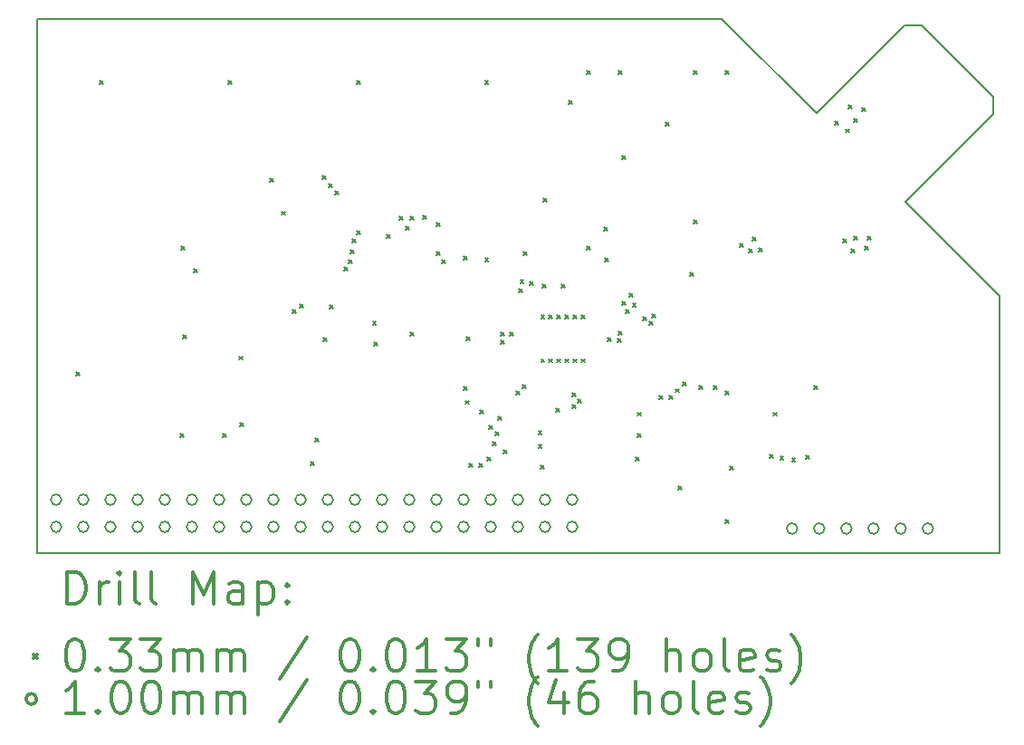
<source format=gbr>
%FSLAX45Y45*%
G04 Gerber Fmt 4.5, Leading zero omitted, Abs format (unit mm)*
G04 Created by KiCad (PCBNEW (5.0.0)) date 11/02/18 19:45:57*
%MOMM*%
%LPD*%
G01*
G04 APERTURE LIST*
%ADD10C,0.150000*%
%ADD11C,0.200000*%
%ADD12C,0.300000*%
G04 APERTURE END LIST*
D10*
X10605000Y-3065000D02*
X10765000Y-3065000D01*
X11435000Y-3895000D02*
X11435000Y-3735000D01*
X9785000Y-3885000D02*
X8900000Y-3000000D01*
X10605000Y-3065000D02*
X9785000Y-3885000D01*
X11435000Y-3735000D02*
X10765000Y-3065000D01*
X10615000Y-4715000D02*
X11435000Y-3895000D01*
X11495000Y-5595000D02*
X10615000Y-4715000D01*
X2500000Y-8000000D02*
X2500000Y-3000000D01*
X11495000Y-8000000D02*
X2500000Y-8000000D01*
X11495000Y-5595000D02*
X11495000Y-8000000D01*
X2500000Y-3000000D02*
X8900000Y-3000000D01*
D11*
X2858490Y-6308490D02*
X2891510Y-6341510D01*
X2891510Y-6308490D02*
X2858490Y-6341510D01*
X3083490Y-3583490D02*
X3116510Y-3616510D01*
X3116510Y-3583490D02*
X3083490Y-3616510D01*
X3833490Y-6883490D02*
X3866510Y-6916510D01*
X3866510Y-6883490D02*
X3833490Y-6916510D01*
X3843490Y-5133490D02*
X3876510Y-5166510D01*
X3876510Y-5133490D02*
X3843490Y-5166510D01*
X3858490Y-5958490D02*
X3891510Y-5991510D01*
X3891510Y-5958490D02*
X3858490Y-5991510D01*
X3963490Y-5343490D02*
X3996510Y-5376510D01*
X3996510Y-5343490D02*
X3963490Y-5376510D01*
X4233490Y-6883490D02*
X4266510Y-6916510D01*
X4266510Y-6883490D02*
X4233490Y-6916510D01*
X4283490Y-3583490D02*
X4316510Y-3616510D01*
X4316510Y-3583490D02*
X4283490Y-3616510D01*
X4383490Y-6158490D02*
X4416510Y-6191510D01*
X4416510Y-6158490D02*
X4383490Y-6191510D01*
X4393480Y-6783490D02*
X4426500Y-6816510D01*
X4426500Y-6783490D02*
X4393480Y-6816510D01*
X4673490Y-4493490D02*
X4706510Y-4526510D01*
X4706510Y-4493490D02*
X4673490Y-4526510D01*
X4783490Y-4803490D02*
X4816510Y-4836510D01*
X4816510Y-4803490D02*
X4783490Y-4836510D01*
X4886434Y-5723782D02*
X4919454Y-5756802D01*
X4919454Y-5723782D02*
X4886434Y-5756802D01*
X4953490Y-5673490D02*
X4986510Y-5706510D01*
X4986510Y-5673490D02*
X4953490Y-5706510D01*
X5053490Y-7143490D02*
X5086510Y-7176510D01*
X5086510Y-7143490D02*
X5053490Y-7176510D01*
X5093490Y-6923490D02*
X5126510Y-6956510D01*
X5126510Y-6923490D02*
X5093490Y-6956510D01*
X5166340Y-4470714D02*
X5199360Y-4503734D01*
X5199360Y-4470714D02*
X5166340Y-4503734D01*
X5173490Y-5983490D02*
X5206510Y-6016510D01*
X5206510Y-5983490D02*
X5173490Y-6016510D01*
X5223490Y-4543490D02*
X5256510Y-4576510D01*
X5256510Y-4543490D02*
X5223490Y-4576510D01*
X5233490Y-5683490D02*
X5266510Y-5716510D01*
X5266510Y-5683490D02*
X5233490Y-5716510D01*
X5283490Y-4613490D02*
X5316510Y-4646510D01*
X5316510Y-4613490D02*
X5283490Y-4646510D01*
X5363490Y-5323490D02*
X5396510Y-5356510D01*
X5396510Y-5323490D02*
X5363490Y-5356510D01*
X5409985Y-5253747D02*
X5443005Y-5286767D01*
X5443005Y-5253747D02*
X5409985Y-5286767D01*
X5423490Y-5163490D02*
X5456510Y-5196510D01*
X5456510Y-5163490D02*
X5423490Y-5196510D01*
X5443439Y-5063465D02*
X5476459Y-5096485D01*
X5476459Y-5063465D02*
X5443439Y-5096485D01*
X5483490Y-3583490D02*
X5516510Y-3616510D01*
X5516510Y-3583490D02*
X5483490Y-3616510D01*
X5483490Y-4983490D02*
X5516510Y-5016510D01*
X5516510Y-4983490D02*
X5483490Y-5016510D01*
X5633490Y-5833490D02*
X5666510Y-5866510D01*
X5666510Y-5833490D02*
X5633490Y-5866510D01*
X5643490Y-6023490D02*
X5676510Y-6056510D01*
X5676510Y-6023490D02*
X5643490Y-6056510D01*
X5763490Y-5023020D02*
X5796510Y-5056040D01*
X5796510Y-5023020D02*
X5763490Y-5056040D01*
X5883490Y-4853490D02*
X5916510Y-4886510D01*
X5916510Y-4853490D02*
X5883490Y-4886510D01*
X5943490Y-4943490D02*
X5976510Y-4976510D01*
X5976510Y-4943490D02*
X5943490Y-4976510D01*
X5983490Y-4853490D02*
X6016510Y-4886510D01*
X6016510Y-4853490D02*
X5983490Y-4886510D01*
X5983490Y-5933490D02*
X6016510Y-5966510D01*
X6016510Y-5933490D02*
X5983490Y-5966510D01*
X6103490Y-4843490D02*
X6136510Y-4876510D01*
X6136510Y-4843490D02*
X6103490Y-4876510D01*
X6233490Y-4908490D02*
X6266510Y-4941510D01*
X6266510Y-4908490D02*
X6233490Y-4941510D01*
X6233490Y-5183490D02*
X6266510Y-5216510D01*
X6266510Y-5183490D02*
X6233490Y-5216510D01*
X6283490Y-5253490D02*
X6316510Y-5286510D01*
X6316510Y-5253490D02*
X6283490Y-5286510D01*
X6483490Y-5223490D02*
X6516510Y-5256510D01*
X6516510Y-5223490D02*
X6483490Y-5256510D01*
X6483490Y-6443490D02*
X6516510Y-6476510D01*
X6516510Y-6443490D02*
X6483490Y-6476510D01*
X6503490Y-6573490D02*
X6536510Y-6606510D01*
X6536510Y-6573490D02*
X6503490Y-6606510D01*
X6513490Y-5973490D02*
X6546510Y-6006510D01*
X6546510Y-5973490D02*
X6513490Y-6006510D01*
X6533490Y-7163490D02*
X6566510Y-7196510D01*
X6566510Y-7163490D02*
X6533490Y-7196510D01*
X6628519Y-7160640D02*
X6661539Y-7193660D01*
X6661539Y-7160640D02*
X6628519Y-7193660D01*
X6633490Y-6663490D02*
X6666510Y-6696510D01*
X6666510Y-6663490D02*
X6633490Y-6696510D01*
X6683490Y-3583490D02*
X6716510Y-3616510D01*
X6716510Y-3583490D02*
X6683490Y-3616510D01*
X6683490Y-5243490D02*
X6716510Y-5276510D01*
X6716510Y-5243490D02*
X6683490Y-5276510D01*
X6703490Y-7103490D02*
X6736510Y-7136510D01*
X6736510Y-7103490D02*
X6703490Y-7136510D01*
X6723490Y-6803490D02*
X6756510Y-6836510D01*
X6756510Y-6803490D02*
X6723490Y-6836510D01*
X6758490Y-6958490D02*
X6791510Y-6991510D01*
X6791510Y-6958490D02*
X6758490Y-6991510D01*
X6783490Y-6863490D02*
X6816510Y-6896510D01*
X6816510Y-6863490D02*
X6783490Y-6896510D01*
X6803490Y-6723490D02*
X6836510Y-6756510D01*
X6836510Y-6723490D02*
X6803490Y-6756510D01*
X6833490Y-5933490D02*
X6866510Y-5966510D01*
X6866510Y-5933490D02*
X6833490Y-5966510D01*
X6833490Y-6013490D02*
X6866510Y-6046510D01*
X6866510Y-6013490D02*
X6833490Y-6046510D01*
X6858490Y-7033490D02*
X6891510Y-7066510D01*
X6891510Y-7033490D02*
X6858490Y-7066510D01*
X6913490Y-5933490D02*
X6946510Y-5966510D01*
X6946510Y-5933490D02*
X6913490Y-5966510D01*
X6973490Y-6483490D02*
X7006510Y-6516510D01*
X7006510Y-6483490D02*
X6973490Y-6516510D01*
X6998490Y-5529740D02*
X7031510Y-5562760D01*
X7031510Y-5529740D02*
X6998490Y-5562760D01*
X7013490Y-5443490D02*
X7046510Y-5476510D01*
X7046510Y-5443490D02*
X7013490Y-5476510D01*
X7033490Y-6423490D02*
X7066510Y-6456510D01*
X7066510Y-6423490D02*
X7033490Y-6456510D01*
X7043490Y-5183490D02*
X7076510Y-5216510D01*
X7076510Y-5183490D02*
X7043490Y-5216510D01*
X7103490Y-5463490D02*
X7136510Y-5496510D01*
X7136510Y-5463490D02*
X7103490Y-5496510D01*
X7183490Y-6858490D02*
X7216510Y-6891510D01*
X7216510Y-6858490D02*
X7183490Y-6891510D01*
X7183490Y-6983490D02*
X7216510Y-7016510D01*
X7216510Y-6983490D02*
X7183490Y-7016510D01*
X7203490Y-7178490D02*
X7236510Y-7211510D01*
X7236510Y-7178490D02*
X7203490Y-7211510D01*
X7208490Y-5773490D02*
X7241510Y-5806510D01*
X7241510Y-5773490D02*
X7208490Y-5806510D01*
X7208490Y-6183490D02*
X7241510Y-6216510D01*
X7241510Y-6183490D02*
X7208490Y-6216510D01*
X7223490Y-5483490D02*
X7256510Y-5516510D01*
X7256510Y-5483490D02*
X7223490Y-5516510D01*
X7233490Y-4683490D02*
X7266510Y-4716510D01*
X7266510Y-4683490D02*
X7233490Y-4716510D01*
X7283490Y-5773490D02*
X7316510Y-5806510D01*
X7316510Y-5773490D02*
X7283490Y-5806510D01*
X7283490Y-6183490D02*
X7316510Y-6216510D01*
X7316510Y-6183490D02*
X7283490Y-6216510D01*
X7348490Y-6643490D02*
X7381510Y-6676510D01*
X7381510Y-6643490D02*
X7348490Y-6676510D01*
X7358490Y-5773490D02*
X7391510Y-5806510D01*
X7391510Y-5773490D02*
X7358490Y-5806510D01*
X7358490Y-6183490D02*
X7391510Y-6216510D01*
X7391510Y-6183490D02*
X7358490Y-6216510D01*
X7399890Y-5482846D02*
X7432910Y-5515866D01*
X7432910Y-5482846D02*
X7399890Y-5515866D01*
X7433490Y-5773490D02*
X7466510Y-5806510D01*
X7466510Y-5773490D02*
X7433490Y-5806510D01*
X7433490Y-6183490D02*
X7466510Y-6216510D01*
X7466510Y-6183490D02*
X7433490Y-6216510D01*
X7463490Y-3763490D02*
X7496510Y-3796510D01*
X7496510Y-3763490D02*
X7463490Y-3796510D01*
X7503490Y-6503490D02*
X7536510Y-6536510D01*
X7536510Y-6503490D02*
X7503490Y-6536510D01*
X7503490Y-6613490D02*
X7536510Y-6646510D01*
X7536510Y-6613490D02*
X7503490Y-6646510D01*
X7508490Y-5773490D02*
X7541510Y-5806510D01*
X7541510Y-5773490D02*
X7508490Y-5806510D01*
X7508490Y-6183490D02*
X7541510Y-6216510D01*
X7541510Y-6183490D02*
X7508490Y-6216510D01*
X7548490Y-6558490D02*
X7581510Y-6591510D01*
X7581510Y-6558490D02*
X7548490Y-6591510D01*
X7583490Y-5773490D02*
X7616510Y-5806510D01*
X7616510Y-5773490D02*
X7583490Y-5806510D01*
X7583490Y-6183490D02*
X7616510Y-6216510D01*
X7616510Y-6183490D02*
X7583490Y-6216510D01*
X7633490Y-3483490D02*
X7666510Y-3516510D01*
X7666510Y-3483490D02*
X7633490Y-3516510D01*
X7633490Y-5133490D02*
X7666510Y-5166510D01*
X7666510Y-5133490D02*
X7633490Y-5166510D01*
X7793490Y-4953490D02*
X7826510Y-4986510D01*
X7826510Y-4953490D02*
X7793490Y-4986510D01*
X7803490Y-5243490D02*
X7836510Y-5276510D01*
X7836510Y-5243490D02*
X7803490Y-5276510D01*
X7833490Y-5983490D02*
X7866510Y-6016510D01*
X7866510Y-5983490D02*
X7833490Y-6016510D01*
X7923490Y-5993490D02*
X7956510Y-6026510D01*
X7956510Y-5993490D02*
X7923490Y-6026510D01*
X7933490Y-3483490D02*
X7966510Y-3516510D01*
X7966510Y-3483490D02*
X7933490Y-3516510D01*
X7933490Y-5923490D02*
X7966510Y-5956510D01*
X7966510Y-5923490D02*
X7933490Y-5956510D01*
X7963490Y-4283490D02*
X7996510Y-4316510D01*
X7996510Y-4283490D02*
X7963490Y-4316510D01*
X7963490Y-5643490D02*
X7996510Y-5676510D01*
X7996510Y-5643490D02*
X7963490Y-5676510D01*
X8003490Y-5723490D02*
X8036510Y-5756510D01*
X8036510Y-5723490D02*
X8003490Y-5756510D01*
X8033490Y-5573490D02*
X8066510Y-5606510D01*
X8066510Y-5573490D02*
X8033490Y-5606510D01*
X8063490Y-5663490D02*
X8096510Y-5696510D01*
X8096510Y-5663490D02*
X8063490Y-5696510D01*
X8093490Y-7103490D02*
X8126510Y-7136510D01*
X8126510Y-7103490D02*
X8093490Y-7136510D01*
X8113490Y-6683490D02*
X8146510Y-6716510D01*
X8146510Y-6683490D02*
X8113490Y-6716510D01*
X8113490Y-6883490D02*
X8146510Y-6916510D01*
X8146510Y-6883490D02*
X8113490Y-6916510D01*
X8163490Y-5793490D02*
X8196510Y-5826510D01*
X8196510Y-5793490D02*
X8163490Y-5826510D01*
X8223490Y-5833490D02*
X8256510Y-5866510D01*
X8256510Y-5833490D02*
X8223490Y-5866510D01*
X8243490Y-5763490D02*
X8276510Y-5796510D01*
X8276510Y-5763490D02*
X8243490Y-5796510D01*
X8313490Y-6523490D02*
X8346510Y-6556510D01*
X8346510Y-6523490D02*
X8313490Y-6556510D01*
X8373490Y-3973490D02*
X8406510Y-4006510D01*
X8406510Y-3973490D02*
X8373490Y-4006510D01*
X8403490Y-6523490D02*
X8436510Y-6556510D01*
X8436510Y-6523490D02*
X8403490Y-6556510D01*
X8463490Y-6463490D02*
X8496510Y-6496510D01*
X8496510Y-6463490D02*
X8463490Y-6496510D01*
X8493490Y-7373490D02*
X8526510Y-7406510D01*
X8526510Y-7373490D02*
X8493490Y-7406510D01*
X8533490Y-6403490D02*
X8566510Y-6436510D01*
X8566510Y-6403490D02*
X8533490Y-6436510D01*
X8598490Y-5373490D02*
X8631510Y-5406510D01*
X8631510Y-5373490D02*
X8598490Y-5406510D01*
X8633490Y-3483490D02*
X8666510Y-3516510D01*
X8666510Y-3483490D02*
X8633490Y-3516510D01*
X8633490Y-4883490D02*
X8666510Y-4916510D01*
X8666510Y-4883490D02*
X8633490Y-4916510D01*
X8683490Y-6433490D02*
X8716510Y-6466510D01*
X8716510Y-6433490D02*
X8683490Y-6466510D01*
X8823490Y-6433490D02*
X8856510Y-6466510D01*
X8856510Y-6433490D02*
X8823490Y-6466510D01*
X8933490Y-3483490D02*
X8966510Y-3516510D01*
X8966510Y-3483490D02*
X8933490Y-3516510D01*
X8933490Y-6483490D02*
X8966510Y-6516510D01*
X8966510Y-6483490D02*
X8933490Y-6516510D01*
X8933490Y-7683490D02*
X8966510Y-7716510D01*
X8966510Y-7683490D02*
X8933490Y-7716510D01*
X8973490Y-7183490D02*
X9006510Y-7216510D01*
X9006510Y-7183490D02*
X8973490Y-7216510D01*
X9063490Y-5103490D02*
X9096510Y-5136510D01*
X9096510Y-5103490D02*
X9063490Y-5136510D01*
X9153079Y-5153079D02*
X9186099Y-5186099D01*
X9186099Y-5153079D02*
X9153079Y-5186099D01*
X9183490Y-5043490D02*
X9216510Y-5076510D01*
X9216510Y-5043490D02*
X9183490Y-5076510D01*
X9243490Y-5143490D02*
X9276510Y-5176510D01*
X9276510Y-5143490D02*
X9243490Y-5176510D01*
X9343490Y-7073490D02*
X9376510Y-7106510D01*
X9376510Y-7073490D02*
X9343490Y-7106510D01*
X9383490Y-6683490D02*
X9416510Y-6716510D01*
X9416510Y-6683490D02*
X9383490Y-6716510D01*
X9443490Y-7093490D02*
X9476510Y-7126510D01*
X9476510Y-7093490D02*
X9443490Y-7126510D01*
X9553490Y-7113490D02*
X9586510Y-7146510D01*
X9586510Y-7113490D02*
X9553490Y-7146510D01*
X9683490Y-7083490D02*
X9716510Y-7116510D01*
X9716510Y-7083490D02*
X9683490Y-7116510D01*
X9763490Y-6433490D02*
X9796510Y-6466510D01*
X9796510Y-6433490D02*
X9763490Y-6466510D01*
X9958490Y-3958490D02*
X9991510Y-3991510D01*
X9991510Y-3958490D02*
X9958490Y-3991510D01*
X10033490Y-5063490D02*
X10066510Y-5096510D01*
X10066510Y-5063490D02*
X10033490Y-5096510D01*
X10058490Y-4033490D02*
X10091510Y-4066510D01*
X10091510Y-4033490D02*
X10058490Y-4066510D01*
X10083490Y-3808490D02*
X10116510Y-3841510D01*
X10116510Y-3808490D02*
X10083490Y-3841510D01*
X10108490Y-5158490D02*
X10141510Y-5191510D01*
X10141510Y-5158490D02*
X10108490Y-5191510D01*
X10133490Y-3933490D02*
X10166510Y-3966510D01*
X10166510Y-3933490D02*
X10133490Y-3966510D01*
X10133490Y-5033490D02*
X10166510Y-5066510D01*
X10166510Y-5033490D02*
X10133490Y-5066510D01*
X10208490Y-3833490D02*
X10241510Y-3866510D01*
X10241510Y-3833490D02*
X10208490Y-3866510D01*
X10233490Y-5133490D02*
X10266510Y-5166510D01*
X10266510Y-5133490D02*
X10233490Y-5166510D01*
X10258490Y-5033490D02*
X10291510Y-5066510D01*
X10291510Y-5033490D02*
X10258490Y-5066510D01*
X2724000Y-7500000D02*
G75*
G03X2724000Y-7500000I-50000J0D01*
G01*
X2724000Y-7754000D02*
G75*
G03X2724000Y-7754000I-50000J0D01*
G01*
X2978000Y-7500000D02*
G75*
G03X2978000Y-7500000I-50000J0D01*
G01*
X2978000Y-7754000D02*
G75*
G03X2978000Y-7754000I-50000J0D01*
G01*
X3232000Y-7500000D02*
G75*
G03X3232000Y-7500000I-50000J0D01*
G01*
X3232000Y-7754000D02*
G75*
G03X3232000Y-7754000I-50000J0D01*
G01*
X3486000Y-7500000D02*
G75*
G03X3486000Y-7500000I-50000J0D01*
G01*
X3486000Y-7754000D02*
G75*
G03X3486000Y-7754000I-50000J0D01*
G01*
X3740000Y-7500000D02*
G75*
G03X3740000Y-7500000I-50000J0D01*
G01*
X3740000Y-7754000D02*
G75*
G03X3740000Y-7754000I-50000J0D01*
G01*
X3994000Y-7500000D02*
G75*
G03X3994000Y-7500000I-50000J0D01*
G01*
X3994000Y-7754000D02*
G75*
G03X3994000Y-7754000I-50000J0D01*
G01*
X4248000Y-7500000D02*
G75*
G03X4248000Y-7500000I-50000J0D01*
G01*
X4248000Y-7754000D02*
G75*
G03X4248000Y-7754000I-50000J0D01*
G01*
X4502000Y-7500000D02*
G75*
G03X4502000Y-7500000I-50000J0D01*
G01*
X4502000Y-7754000D02*
G75*
G03X4502000Y-7754000I-50000J0D01*
G01*
X4756000Y-7500000D02*
G75*
G03X4756000Y-7500000I-50000J0D01*
G01*
X4756000Y-7754000D02*
G75*
G03X4756000Y-7754000I-50000J0D01*
G01*
X5010000Y-7500000D02*
G75*
G03X5010000Y-7500000I-50000J0D01*
G01*
X5010000Y-7754000D02*
G75*
G03X5010000Y-7754000I-50000J0D01*
G01*
X5264000Y-7500000D02*
G75*
G03X5264000Y-7500000I-50000J0D01*
G01*
X5264000Y-7754000D02*
G75*
G03X5264000Y-7754000I-50000J0D01*
G01*
X5518000Y-7500000D02*
G75*
G03X5518000Y-7500000I-50000J0D01*
G01*
X5518000Y-7754000D02*
G75*
G03X5518000Y-7754000I-50000J0D01*
G01*
X5772000Y-7500000D02*
G75*
G03X5772000Y-7500000I-50000J0D01*
G01*
X5772000Y-7754000D02*
G75*
G03X5772000Y-7754000I-50000J0D01*
G01*
X6026000Y-7500000D02*
G75*
G03X6026000Y-7500000I-50000J0D01*
G01*
X6026000Y-7754000D02*
G75*
G03X6026000Y-7754000I-50000J0D01*
G01*
X6280000Y-7500000D02*
G75*
G03X6280000Y-7500000I-50000J0D01*
G01*
X6280000Y-7754000D02*
G75*
G03X6280000Y-7754000I-50000J0D01*
G01*
X6534000Y-7500000D02*
G75*
G03X6534000Y-7500000I-50000J0D01*
G01*
X6534000Y-7754000D02*
G75*
G03X6534000Y-7754000I-50000J0D01*
G01*
X6788000Y-7500000D02*
G75*
G03X6788000Y-7500000I-50000J0D01*
G01*
X6788000Y-7754000D02*
G75*
G03X6788000Y-7754000I-50000J0D01*
G01*
X7042000Y-7500000D02*
G75*
G03X7042000Y-7500000I-50000J0D01*
G01*
X7042000Y-7754000D02*
G75*
G03X7042000Y-7754000I-50000J0D01*
G01*
X7296000Y-7500000D02*
G75*
G03X7296000Y-7500000I-50000J0D01*
G01*
X7296000Y-7754000D02*
G75*
G03X7296000Y-7754000I-50000J0D01*
G01*
X7550000Y-7500000D02*
G75*
G03X7550000Y-7500000I-50000J0D01*
G01*
X7550000Y-7754000D02*
G75*
G03X7550000Y-7754000I-50000J0D01*
G01*
X9606000Y-7770000D02*
G75*
G03X9606000Y-7770000I-50000J0D01*
G01*
X9860000Y-7770000D02*
G75*
G03X9860000Y-7770000I-50000J0D01*
G01*
X10114000Y-7770000D02*
G75*
G03X10114000Y-7770000I-50000J0D01*
G01*
X10368000Y-7770000D02*
G75*
G03X10368000Y-7770000I-50000J0D01*
G01*
X10622000Y-7770000D02*
G75*
G03X10622000Y-7770000I-50000J0D01*
G01*
X10876000Y-7770000D02*
G75*
G03X10876000Y-7770000I-50000J0D01*
G01*
D12*
X2778928Y-8473214D02*
X2778928Y-8173214D01*
X2850357Y-8173214D01*
X2893214Y-8187500D01*
X2921786Y-8216071D01*
X2936071Y-8244643D01*
X2950357Y-8301786D01*
X2950357Y-8344643D01*
X2936071Y-8401786D01*
X2921786Y-8430357D01*
X2893214Y-8458929D01*
X2850357Y-8473214D01*
X2778928Y-8473214D01*
X3078928Y-8473214D02*
X3078928Y-8273214D01*
X3078928Y-8330357D02*
X3093214Y-8301786D01*
X3107500Y-8287500D01*
X3136071Y-8273214D01*
X3164643Y-8273214D01*
X3264643Y-8473214D02*
X3264643Y-8273214D01*
X3264643Y-8173214D02*
X3250357Y-8187500D01*
X3264643Y-8201786D01*
X3278928Y-8187500D01*
X3264643Y-8173214D01*
X3264643Y-8201786D01*
X3450357Y-8473214D02*
X3421786Y-8458929D01*
X3407500Y-8430357D01*
X3407500Y-8173214D01*
X3607500Y-8473214D02*
X3578928Y-8458929D01*
X3564643Y-8430357D01*
X3564643Y-8173214D01*
X3950357Y-8473214D02*
X3950357Y-8173214D01*
X4050357Y-8387500D01*
X4150357Y-8173214D01*
X4150357Y-8473214D01*
X4421786Y-8473214D02*
X4421786Y-8316071D01*
X4407500Y-8287500D01*
X4378928Y-8273214D01*
X4321786Y-8273214D01*
X4293214Y-8287500D01*
X4421786Y-8458929D02*
X4393214Y-8473214D01*
X4321786Y-8473214D01*
X4293214Y-8458929D01*
X4278928Y-8430357D01*
X4278928Y-8401786D01*
X4293214Y-8373214D01*
X4321786Y-8358929D01*
X4393214Y-8358929D01*
X4421786Y-8344643D01*
X4564643Y-8273214D02*
X4564643Y-8573214D01*
X4564643Y-8287500D02*
X4593214Y-8273214D01*
X4650357Y-8273214D01*
X4678928Y-8287500D01*
X4693214Y-8301786D01*
X4707500Y-8330357D01*
X4707500Y-8416072D01*
X4693214Y-8444643D01*
X4678928Y-8458929D01*
X4650357Y-8473214D01*
X4593214Y-8473214D01*
X4564643Y-8458929D01*
X4836071Y-8444643D02*
X4850357Y-8458929D01*
X4836071Y-8473214D01*
X4821786Y-8458929D01*
X4836071Y-8444643D01*
X4836071Y-8473214D01*
X4836071Y-8287500D02*
X4850357Y-8301786D01*
X4836071Y-8316071D01*
X4821786Y-8301786D01*
X4836071Y-8287500D01*
X4836071Y-8316071D01*
X2459480Y-8950990D02*
X2492500Y-8984010D01*
X2492500Y-8950990D02*
X2459480Y-8984010D01*
X2836071Y-8803214D02*
X2864643Y-8803214D01*
X2893214Y-8817500D01*
X2907500Y-8831786D01*
X2921786Y-8860357D01*
X2936071Y-8917500D01*
X2936071Y-8988929D01*
X2921786Y-9046072D01*
X2907500Y-9074643D01*
X2893214Y-9088929D01*
X2864643Y-9103214D01*
X2836071Y-9103214D01*
X2807500Y-9088929D01*
X2793214Y-9074643D01*
X2778928Y-9046072D01*
X2764643Y-8988929D01*
X2764643Y-8917500D01*
X2778928Y-8860357D01*
X2793214Y-8831786D01*
X2807500Y-8817500D01*
X2836071Y-8803214D01*
X3064643Y-9074643D02*
X3078928Y-9088929D01*
X3064643Y-9103214D01*
X3050357Y-9088929D01*
X3064643Y-9074643D01*
X3064643Y-9103214D01*
X3178928Y-8803214D02*
X3364643Y-8803214D01*
X3264643Y-8917500D01*
X3307500Y-8917500D01*
X3336071Y-8931786D01*
X3350357Y-8946072D01*
X3364643Y-8974643D01*
X3364643Y-9046072D01*
X3350357Y-9074643D01*
X3336071Y-9088929D01*
X3307500Y-9103214D01*
X3221786Y-9103214D01*
X3193214Y-9088929D01*
X3178928Y-9074643D01*
X3464643Y-8803214D02*
X3650357Y-8803214D01*
X3550357Y-8917500D01*
X3593214Y-8917500D01*
X3621786Y-8931786D01*
X3636071Y-8946072D01*
X3650357Y-8974643D01*
X3650357Y-9046072D01*
X3636071Y-9074643D01*
X3621786Y-9088929D01*
X3593214Y-9103214D01*
X3507500Y-9103214D01*
X3478928Y-9088929D01*
X3464643Y-9074643D01*
X3778928Y-9103214D02*
X3778928Y-8903214D01*
X3778928Y-8931786D02*
X3793214Y-8917500D01*
X3821786Y-8903214D01*
X3864643Y-8903214D01*
X3893214Y-8917500D01*
X3907500Y-8946072D01*
X3907500Y-9103214D01*
X3907500Y-8946072D02*
X3921786Y-8917500D01*
X3950357Y-8903214D01*
X3993214Y-8903214D01*
X4021786Y-8917500D01*
X4036071Y-8946072D01*
X4036071Y-9103214D01*
X4178928Y-9103214D02*
X4178928Y-8903214D01*
X4178928Y-8931786D02*
X4193214Y-8917500D01*
X4221786Y-8903214D01*
X4264643Y-8903214D01*
X4293214Y-8917500D01*
X4307500Y-8946072D01*
X4307500Y-9103214D01*
X4307500Y-8946072D02*
X4321786Y-8917500D01*
X4350357Y-8903214D01*
X4393214Y-8903214D01*
X4421786Y-8917500D01*
X4436071Y-8946072D01*
X4436071Y-9103214D01*
X5021786Y-8788929D02*
X4764643Y-9174643D01*
X5407500Y-8803214D02*
X5436071Y-8803214D01*
X5464643Y-8817500D01*
X5478928Y-8831786D01*
X5493214Y-8860357D01*
X5507500Y-8917500D01*
X5507500Y-8988929D01*
X5493214Y-9046072D01*
X5478928Y-9074643D01*
X5464643Y-9088929D01*
X5436071Y-9103214D01*
X5407500Y-9103214D01*
X5378928Y-9088929D01*
X5364643Y-9074643D01*
X5350357Y-9046072D01*
X5336071Y-8988929D01*
X5336071Y-8917500D01*
X5350357Y-8860357D01*
X5364643Y-8831786D01*
X5378928Y-8817500D01*
X5407500Y-8803214D01*
X5636071Y-9074643D02*
X5650357Y-9088929D01*
X5636071Y-9103214D01*
X5621786Y-9088929D01*
X5636071Y-9074643D01*
X5636071Y-9103214D01*
X5836071Y-8803214D02*
X5864643Y-8803214D01*
X5893214Y-8817500D01*
X5907500Y-8831786D01*
X5921786Y-8860357D01*
X5936071Y-8917500D01*
X5936071Y-8988929D01*
X5921786Y-9046072D01*
X5907500Y-9074643D01*
X5893214Y-9088929D01*
X5864643Y-9103214D01*
X5836071Y-9103214D01*
X5807500Y-9088929D01*
X5793214Y-9074643D01*
X5778928Y-9046072D01*
X5764643Y-8988929D01*
X5764643Y-8917500D01*
X5778928Y-8860357D01*
X5793214Y-8831786D01*
X5807500Y-8817500D01*
X5836071Y-8803214D01*
X6221786Y-9103214D02*
X6050357Y-9103214D01*
X6136071Y-9103214D02*
X6136071Y-8803214D01*
X6107500Y-8846072D01*
X6078928Y-8874643D01*
X6050357Y-8888929D01*
X6321786Y-8803214D02*
X6507500Y-8803214D01*
X6407500Y-8917500D01*
X6450357Y-8917500D01*
X6478928Y-8931786D01*
X6493214Y-8946072D01*
X6507500Y-8974643D01*
X6507500Y-9046072D01*
X6493214Y-9074643D01*
X6478928Y-9088929D01*
X6450357Y-9103214D01*
X6364643Y-9103214D01*
X6336071Y-9088929D01*
X6321786Y-9074643D01*
X6621786Y-8803214D02*
X6621786Y-8860357D01*
X6736071Y-8803214D02*
X6736071Y-8860357D01*
X7178928Y-9217500D02*
X7164643Y-9203214D01*
X7136071Y-9160357D01*
X7121786Y-9131786D01*
X7107500Y-9088929D01*
X7093214Y-9017500D01*
X7093214Y-8960357D01*
X7107500Y-8888929D01*
X7121786Y-8846072D01*
X7136071Y-8817500D01*
X7164643Y-8774643D01*
X7178928Y-8760357D01*
X7450357Y-9103214D02*
X7278928Y-9103214D01*
X7364643Y-9103214D02*
X7364643Y-8803214D01*
X7336071Y-8846072D01*
X7307500Y-8874643D01*
X7278928Y-8888929D01*
X7550357Y-8803214D02*
X7736071Y-8803214D01*
X7636071Y-8917500D01*
X7678928Y-8917500D01*
X7707500Y-8931786D01*
X7721786Y-8946072D01*
X7736071Y-8974643D01*
X7736071Y-9046072D01*
X7721786Y-9074643D01*
X7707500Y-9088929D01*
X7678928Y-9103214D01*
X7593214Y-9103214D01*
X7564643Y-9088929D01*
X7550357Y-9074643D01*
X7878928Y-9103214D02*
X7936071Y-9103214D01*
X7964643Y-9088929D01*
X7978928Y-9074643D01*
X8007500Y-9031786D01*
X8021786Y-8974643D01*
X8021786Y-8860357D01*
X8007500Y-8831786D01*
X7993214Y-8817500D01*
X7964643Y-8803214D01*
X7907500Y-8803214D01*
X7878928Y-8817500D01*
X7864643Y-8831786D01*
X7850357Y-8860357D01*
X7850357Y-8931786D01*
X7864643Y-8960357D01*
X7878928Y-8974643D01*
X7907500Y-8988929D01*
X7964643Y-8988929D01*
X7993214Y-8974643D01*
X8007500Y-8960357D01*
X8021786Y-8931786D01*
X8378928Y-9103214D02*
X8378928Y-8803214D01*
X8507500Y-9103214D02*
X8507500Y-8946072D01*
X8493214Y-8917500D01*
X8464643Y-8903214D01*
X8421786Y-8903214D01*
X8393214Y-8917500D01*
X8378928Y-8931786D01*
X8693214Y-9103214D02*
X8664643Y-9088929D01*
X8650357Y-9074643D01*
X8636071Y-9046072D01*
X8636071Y-8960357D01*
X8650357Y-8931786D01*
X8664643Y-8917500D01*
X8693214Y-8903214D01*
X8736071Y-8903214D01*
X8764643Y-8917500D01*
X8778928Y-8931786D01*
X8793214Y-8960357D01*
X8793214Y-9046072D01*
X8778928Y-9074643D01*
X8764643Y-9088929D01*
X8736071Y-9103214D01*
X8693214Y-9103214D01*
X8964643Y-9103214D02*
X8936071Y-9088929D01*
X8921786Y-9060357D01*
X8921786Y-8803214D01*
X9193214Y-9088929D02*
X9164643Y-9103214D01*
X9107500Y-9103214D01*
X9078928Y-9088929D01*
X9064643Y-9060357D01*
X9064643Y-8946072D01*
X9078928Y-8917500D01*
X9107500Y-8903214D01*
X9164643Y-8903214D01*
X9193214Y-8917500D01*
X9207500Y-8946072D01*
X9207500Y-8974643D01*
X9064643Y-9003214D01*
X9321786Y-9088929D02*
X9350357Y-9103214D01*
X9407500Y-9103214D01*
X9436071Y-9088929D01*
X9450357Y-9060357D01*
X9450357Y-9046072D01*
X9436071Y-9017500D01*
X9407500Y-9003214D01*
X9364643Y-9003214D01*
X9336071Y-8988929D01*
X9321786Y-8960357D01*
X9321786Y-8946072D01*
X9336071Y-8917500D01*
X9364643Y-8903214D01*
X9407500Y-8903214D01*
X9436071Y-8917500D01*
X9550357Y-9217500D02*
X9564643Y-9203214D01*
X9593214Y-9160357D01*
X9607500Y-9131786D01*
X9621786Y-9088929D01*
X9636071Y-9017500D01*
X9636071Y-8960357D01*
X9621786Y-8888929D01*
X9607500Y-8846072D01*
X9593214Y-8817500D01*
X9564643Y-8774643D01*
X9550357Y-8760357D01*
X2492500Y-9363500D02*
G75*
G03X2492500Y-9363500I-50000J0D01*
G01*
X2936071Y-9499214D02*
X2764643Y-9499214D01*
X2850357Y-9499214D02*
X2850357Y-9199214D01*
X2821786Y-9242072D01*
X2793214Y-9270643D01*
X2764643Y-9284929D01*
X3064643Y-9470643D02*
X3078928Y-9484929D01*
X3064643Y-9499214D01*
X3050357Y-9484929D01*
X3064643Y-9470643D01*
X3064643Y-9499214D01*
X3264643Y-9199214D02*
X3293214Y-9199214D01*
X3321786Y-9213500D01*
X3336071Y-9227786D01*
X3350357Y-9256357D01*
X3364643Y-9313500D01*
X3364643Y-9384929D01*
X3350357Y-9442072D01*
X3336071Y-9470643D01*
X3321786Y-9484929D01*
X3293214Y-9499214D01*
X3264643Y-9499214D01*
X3236071Y-9484929D01*
X3221786Y-9470643D01*
X3207500Y-9442072D01*
X3193214Y-9384929D01*
X3193214Y-9313500D01*
X3207500Y-9256357D01*
X3221786Y-9227786D01*
X3236071Y-9213500D01*
X3264643Y-9199214D01*
X3550357Y-9199214D02*
X3578928Y-9199214D01*
X3607500Y-9213500D01*
X3621786Y-9227786D01*
X3636071Y-9256357D01*
X3650357Y-9313500D01*
X3650357Y-9384929D01*
X3636071Y-9442072D01*
X3621786Y-9470643D01*
X3607500Y-9484929D01*
X3578928Y-9499214D01*
X3550357Y-9499214D01*
X3521786Y-9484929D01*
X3507500Y-9470643D01*
X3493214Y-9442072D01*
X3478928Y-9384929D01*
X3478928Y-9313500D01*
X3493214Y-9256357D01*
X3507500Y-9227786D01*
X3521786Y-9213500D01*
X3550357Y-9199214D01*
X3778928Y-9499214D02*
X3778928Y-9299214D01*
X3778928Y-9327786D02*
X3793214Y-9313500D01*
X3821786Y-9299214D01*
X3864643Y-9299214D01*
X3893214Y-9313500D01*
X3907500Y-9342072D01*
X3907500Y-9499214D01*
X3907500Y-9342072D02*
X3921786Y-9313500D01*
X3950357Y-9299214D01*
X3993214Y-9299214D01*
X4021786Y-9313500D01*
X4036071Y-9342072D01*
X4036071Y-9499214D01*
X4178928Y-9499214D02*
X4178928Y-9299214D01*
X4178928Y-9327786D02*
X4193214Y-9313500D01*
X4221786Y-9299214D01*
X4264643Y-9299214D01*
X4293214Y-9313500D01*
X4307500Y-9342072D01*
X4307500Y-9499214D01*
X4307500Y-9342072D02*
X4321786Y-9313500D01*
X4350357Y-9299214D01*
X4393214Y-9299214D01*
X4421786Y-9313500D01*
X4436071Y-9342072D01*
X4436071Y-9499214D01*
X5021786Y-9184929D02*
X4764643Y-9570643D01*
X5407500Y-9199214D02*
X5436071Y-9199214D01*
X5464643Y-9213500D01*
X5478928Y-9227786D01*
X5493214Y-9256357D01*
X5507500Y-9313500D01*
X5507500Y-9384929D01*
X5493214Y-9442072D01*
X5478928Y-9470643D01*
X5464643Y-9484929D01*
X5436071Y-9499214D01*
X5407500Y-9499214D01*
X5378928Y-9484929D01*
X5364643Y-9470643D01*
X5350357Y-9442072D01*
X5336071Y-9384929D01*
X5336071Y-9313500D01*
X5350357Y-9256357D01*
X5364643Y-9227786D01*
X5378928Y-9213500D01*
X5407500Y-9199214D01*
X5636071Y-9470643D02*
X5650357Y-9484929D01*
X5636071Y-9499214D01*
X5621786Y-9484929D01*
X5636071Y-9470643D01*
X5636071Y-9499214D01*
X5836071Y-9199214D02*
X5864643Y-9199214D01*
X5893214Y-9213500D01*
X5907500Y-9227786D01*
X5921786Y-9256357D01*
X5936071Y-9313500D01*
X5936071Y-9384929D01*
X5921786Y-9442072D01*
X5907500Y-9470643D01*
X5893214Y-9484929D01*
X5864643Y-9499214D01*
X5836071Y-9499214D01*
X5807500Y-9484929D01*
X5793214Y-9470643D01*
X5778928Y-9442072D01*
X5764643Y-9384929D01*
X5764643Y-9313500D01*
X5778928Y-9256357D01*
X5793214Y-9227786D01*
X5807500Y-9213500D01*
X5836071Y-9199214D01*
X6036071Y-9199214D02*
X6221786Y-9199214D01*
X6121786Y-9313500D01*
X6164643Y-9313500D01*
X6193214Y-9327786D01*
X6207500Y-9342072D01*
X6221786Y-9370643D01*
X6221786Y-9442072D01*
X6207500Y-9470643D01*
X6193214Y-9484929D01*
X6164643Y-9499214D01*
X6078928Y-9499214D01*
X6050357Y-9484929D01*
X6036071Y-9470643D01*
X6364643Y-9499214D02*
X6421786Y-9499214D01*
X6450357Y-9484929D01*
X6464643Y-9470643D01*
X6493214Y-9427786D01*
X6507500Y-9370643D01*
X6507500Y-9256357D01*
X6493214Y-9227786D01*
X6478928Y-9213500D01*
X6450357Y-9199214D01*
X6393214Y-9199214D01*
X6364643Y-9213500D01*
X6350357Y-9227786D01*
X6336071Y-9256357D01*
X6336071Y-9327786D01*
X6350357Y-9356357D01*
X6364643Y-9370643D01*
X6393214Y-9384929D01*
X6450357Y-9384929D01*
X6478928Y-9370643D01*
X6493214Y-9356357D01*
X6507500Y-9327786D01*
X6621786Y-9199214D02*
X6621786Y-9256357D01*
X6736071Y-9199214D02*
X6736071Y-9256357D01*
X7178928Y-9613500D02*
X7164643Y-9599214D01*
X7136071Y-9556357D01*
X7121786Y-9527786D01*
X7107500Y-9484929D01*
X7093214Y-9413500D01*
X7093214Y-9356357D01*
X7107500Y-9284929D01*
X7121786Y-9242072D01*
X7136071Y-9213500D01*
X7164643Y-9170643D01*
X7178928Y-9156357D01*
X7421786Y-9299214D02*
X7421786Y-9499214D01*
X7350357Y-9184929D02*
X7278928Y-9399214D01*
X7464643Y-9399214D01*
X7707500Y-9199214D02*
X7650357Y-9199214D01*
X7621786Y-9213500D01*
X7607500Y-9227786D01*
X7578928Y-9270643D01*
X7564643Y-9327786D01*
X7564643Y-9442072D01*
X7578928Y-9470643D01*
X7593214Y-9484929D01*
X7621786Y-9499214D01*
X7678928Y-9499214D01*
X7707500Y-9484929D01*
X7721786Y-9470643D01*
X7736071Y-9442072D01*
X7736071Y-9370643D01*
X7721786Y-9342072D01*
X7707500Y-9327786D01*
X7678928Y-9313500D01*
X7621786Y-9313500D01*
X7593214Y-9327786D01*
X7578928Y-9342072D01*
X7564643Y-9370643D01*
X8093214Y-9499214D02*
X8093214Y-9199214D01*
X8221786Y-9499214D02*
X8221786Y-9342072D01*
X8207500Y-9313500D01*
X8178928Y-9299214D01*
X8136071Y-9299214D01*
X8107500Y-9313500D01*
X8093214Y-9327786D01*
X8407500Y-9499214D02*
X8378928Y-9484929D01*
X8364643Y-9470643D01*
X8350357Y-9442072D01*
X8350357Y-9356357D01*
X8364643Y-9327786D01*
X8378928Y-9313500D01*
X8407500Y-9299214D01*
X8450357Y-9299214D01*
X8478928Y-9313500D01*
X8493214Y-9327786D01*
X8507500Y-9356357D01*
X8507500Y-9442072D01*
X8493214Y-9470643D01*
X8478928Y-9484929D01*
X8450357Y-9499214D01*
X8407500Y-9499214D01*
X8678928Y-9499214D02*
X8650357Y-9484929D01*
X8636071Y-9456357D01*
X8636071Y-9199214D01*
X8907500Y-9484929D02*
X8878928Y-9499214D01*
X8821786Y-9499214D01*
X8793214Y-9484929D01*
X8778928Y-9456357D01*
X8778928Y-9342072D01*
X8793214Y-9313500D01*
X8821786Y-9299214D01*
X8878928Y-9299214D01*
X8907500Y-9313500D01*
X8921786Y-9342072D01*
X8921786Y-9370643D01*
X8778928Y-9399214D01*
X9036071Y-9484929D02*
X9064643Y-9499214D01*
X9121786Y-9499214D01*
X9150357Y-9484929D01*
X9164643Y-9456357D01*
X9164643Y-9442072D01*
X9150357Y-9413500D01*
X9121786Y-9399214D01*
X9078928Y-9399214D01*
X9050357Y-9384929D01*
X9036071Y-9356357D01*
X9036071Y-9342072D01*
X9050357Y-9313500D01*
X9078928Y-9299214D01*
X9121786Y-9299214D01*
X9150357Y-9313500D01*
X9264643Y-9613500D02*
X9278928Y-9599214D01*
X9307500Y-9556357D01*
X9321786Y-9527786D01*
X9336071Y-9484929D01*
X9350357Y-9413500D01*
X9350357Y-9356357D01*
X9336071Y-9284929D01*
X9321786Y-9242072D01*
X9307500Y-9213500D01*
X9278928Y-9170643D01*
X9264643Y-9156357D01*
M02*

</source>
